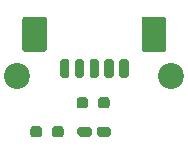
<source format=gbs>
%TF.GenerationSoftware,KiCad,Pcbnew,5.1.10*%
%TF.CreationDate,2021-12-10T14:23:33+01:00*%
%TF.ProjectId,angle-sensor-board,616e676c-652d-4736-956e-736f722d626f,rev?*%
%TF.SameCoordinates,Original*%
%TF.FileFunction,Soldermask,Bot*%
%TF.FilePolarity,Negative*%
%FSLAX46Y46*%
G04 Gerber Fmt 4.6, Leading zero omitted, Abs format (unit mm)*
G04 Created by KiCad (PCBNEW 5.1.10) date 2021-12-10 14:23:33*
%MOMM*%
%LPD*%
G01*
G04 APERTURE LIST*
%ADD10C,2.200000*%
G04 APERTURE END LIST*
D10*
%TO.C,REF\u002A\u002A*%
X43000000Y-35500000D03*
%TD*%
%TO.C,REF\u002A\u002A*%
X30000000Y-35500000D03*
%TD*%
%TO.C,D1*%
G36*
G01*
X35075000Y-40462500D02*
X35075000Y-40037500D01*
G75*
G02*
X35287500Y-39825000I212500J0D01*
G01*
X36087500Y-39825000D01*
G75*
G02*
X36300000Y-40037500I0J-212500D01*
G01*
X36300000Y-40462500D01*
G75*
G02*
X36087500Y-40675000I-212500J0D01*
G01*
X35287500Y-40675000D01*
G75*
G02*
X35075000Y-40462500I0J212500D01*
G01*
G37*
G36*
G01*
X36700000Y-40462500D02*
X36700000Y-40037500D01*
G75*
G02*
X36912500Y-39825000I212500J0D01*
G01*
X37712500Y-39825000D01*
G75*
G02*
X37925000Y-40037500I0J-212500D01*
G01*
X37925000Y-40462500D01*
G75*
G02*
X37712500Y-40675000I-212500J0D01*
G01*
X36912500Y-40675000D01*
G75*
G02*
X36700000Y-40462500I0J212500D01*
G01*
G37*
%TD*%
%TO.C,J1*%
G36*
G01*
X33600000Y-35500000D02*
X33600000Y-34300000D01*
G75*
G02*
X33800000Y-34100000I200000J0D01*
G01*
X34200000Y-34100000D01*
G75*
G02*
X34400000Y-34300000I0J-200000D01*
G01*
X34400000Y-35500000D01*
G75*
G02*
X34200000Y-35700000I-200000J0D01*
G01*
X33800000Y-35700000D01*
G75*
G02*
X33600000Y-35500000I0J200000D01*
G01*
G37*
G36*
G01*
X34850000Y-35500000D02*
X34850000Y-34300000D01*
G75*
G02*
X35050000Y-34100000I200000J0D01*
G01*
X35450000Y-34100000D01*
G75*
G02*
X35650000Y-34300000I0J-200000D01*
G01*
X35650000Y-35500000D01*
G75*
G02*
X35450000Y-35700000I-200000J0D01*
G01*
X35050000Y-35700000D01*
G75*
G02*
X34850000Y-35500000I0J200000D01*
G01*
G37*
G36*
G01*
X36100000Y-35500000D02*
X36100000Y-34300000D01*
G75*
G02*
X36300000Y-34100000I200000J0D01*
G01*
X36700000Y-34100000D01*
G75*
G02*
X36900000Y-34300000I0J-200000D01*
G01*
X36900000Y-35500000D01*
G75*
G02*
X36700000Y-35700000I-200000J0D01*
G01*
X36300000Y-35700000D01*
G75*
G02*
X36100000Y-35500000I0J200000D01*
G01*
G37*
G36*
G01*
X37350000Y-35500000D02*
X37350000Y-34300000D01*
G75*
G02*
X37550000Y-34100000I200000J0D01*
G01*
X37950000Y-34100000D01*
G75*
G02*
X38150000Y-34300000I0J-200000D01*
G01*
X38150000Y-35500000D01*
G75*
G02*
X37950000Y-35700000I-200000J0D01*
G01*
X37550000Y-35700000D01*
G75*
G02*
X37350000Y-35500000I0J200000D01*
G01*
G37*
G36*
G01*
X38600000Y-35500000D02*
X38600000Y-34300000D01*
G75*
G02*
X38800000Y-34100000I200000J0D01*
G01*
X39200000Y-34100000D01*
G75*
G02*
X39400000Y-34300000I0J-200000D01*
G01*
X39400000Y-35500000D01*
G75*
G02*
X39200000Y-35700000I-200000J0D01*
G01*
X38800000Y-35700000D01*
G75*
G02*
X38600000Y-35500000I0J200000D01*
G01*
G37*
G36*
G01*
X30400000Y-33250000D02*
X30400000Y-30750000D01*
G75*
G02*
X30650000Y-30500000I250000J0D01*
G01*
X32250000Y-30500000D01*
G75*
G02*
X32500000Y-30750000I0J-250000D01*
G01*
X32500000Y-33250000D01*
G75*
G02*
X32250000Y-33500000I-250000J0D01*
G01*
X30650000Y-33500000D01*
G75*
G02*
X30400000Y-33250000I0J250000D01*
G01*
G37*
G36*
G01*
X40500000Y-33250000D02*
X40500000Y-30750000D01*
G75*
G02*
X40750000Y-30500000I250000J0D01*
G01*
X42350000Y-30500000D01*
G75*
G02*
X42600000Y-30750000I0J-250000D01*
G01*
X42600000Y-33250000D01*
G75*
G02*
X42350000Y-33500000I-250000J0D01*
G01*
X40750000Y-33500000D01*
G75*
G02*
X40500000Y-33250000I0J250000D01*
G01*
G37*
%TD*%
%TO.C,R2*%
G36*
G01*
X32075000Y-40012500D02*
X32075000Y-40487500D01*
G75*
G02*
X31837500Y-40725000I-237500J0D01*
G01*
X31337500Y-40725000D01*
G75*
G02*
X31100000Y-40487500I0J237500D01*
G01*
X31100000Y-40012500D01*
G75*
G02*
X31337500Y-39775000I237500J0D01*
G01*
X31837500Y-39775000D01*
G75*
G02*
X32075000Y-40012500I0J-237500D01*
G01*
G37*
G36*
G01*
X33900000Y-40012500D02*
X33900000Y-40487500D01*
G75*
G02*
X33662500Y-40725000I-237500J0D01*
G01*
X33162500Y-40725000D01*
G75*
G02*
X32925000Y-40487500I0J237500D01*
G01*
X32925000Y-40012500D01*
G75*
G02*
X33162500Y-39775000I237500J0D01*
G01*
X33662500Y-39775000D01*
G75*
G02*
X33900000Y-40012500I0J-237500D01*
G01*
G37*
%TD*%
%TO.C,R3*%
G36*
G01*
X35000000Y-38037500D02*
X35000000Y-37562500D01*
G75*
G02*
X35237500Y-37325000I237500J0D01*
G01*
X35737500Y-37325000D01*
G75*
G02*
X35975000Y-37562500I0J-237500D01*
G01*
X35975000Y-38037500D01*
G75*
G02*
X35737500Y-38275000I-237500J0D01*
G01*
X35237500Y-38275000D01*
G75*
G02*
X35000000Y-38037500I0J237500D01*
G01*
G37*
G36*
G01*
X36825000Y-38037500D02*
X36825000Y-37562500D01*
G75*
G02*
X37062500Y-37325000I237500J0D01*
G01*
X37562500Y-37325000D01*
G75*
G02*
X37800000Y-37562500I0J-237500D01*
G01*
X37800000Y-38037500D01*
G75*
G02*
X37562500Y-38275000I-237500J0D01*
G01*
X37062500Y-38275000D01*
G75*
G02*
X36825000Y-38037500I0J237500D01*
G01*
G37*
%TD*%
M02*

</source>
